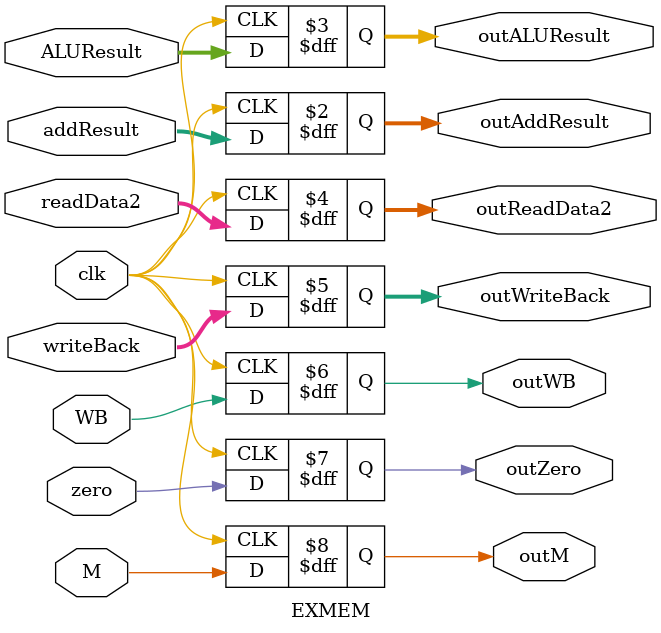
<source format=v>
module EXMEM (clk, outWB, outM, outAddResult, outZero, outALUResult, outReadData2,outWriteBack, WB, M, addResult, zero, ALUResult, readData2,writeBack);   

    input  clk;
    input [31:0] addResult, ALUResult, readData2;
    input [31:0] writeBack;
    input WB,M, zero;
    output reg [31:0] outAddResult, outALUResult, outReadData2, outWriteBack;
    output reg outWB, outZero, outM;

    always @(posedge clk)
    begin
    outAddResult <= addResult;
    outALUResult <= ALUResult;
    outReadData2 <= readData2;
    outWriteBack <= writeBack;
    
    outWB <= WB;
    outZero <= zero;
    outM <= M;

end 
    
endmodule

</source>
